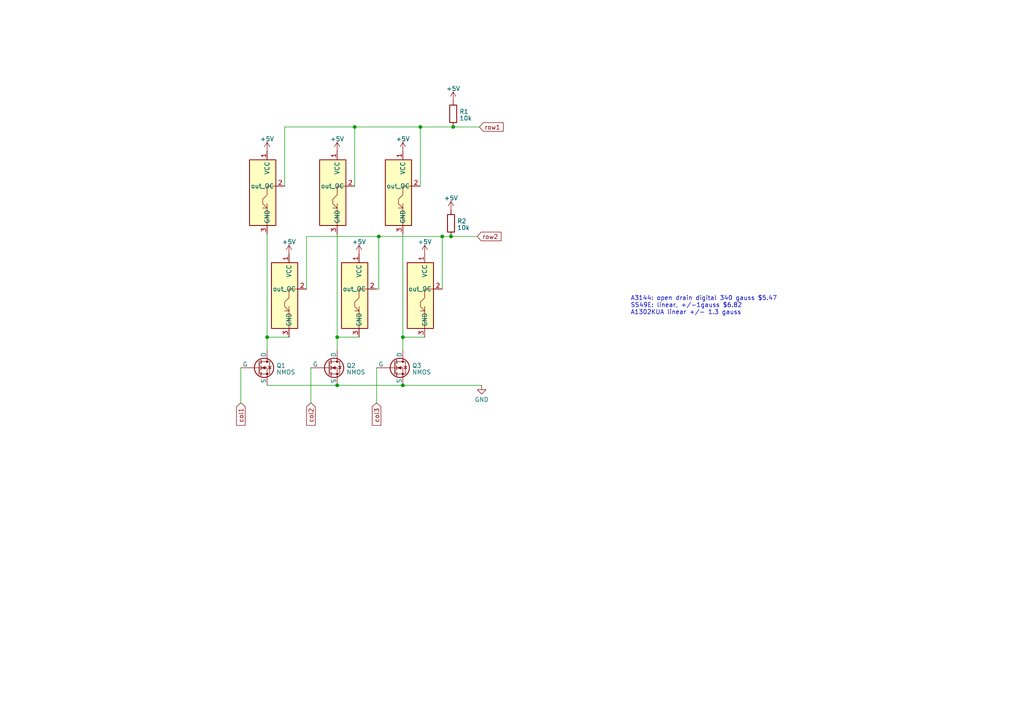
<source format=kicad_sch>
(kicad_sch (version 20230121) (generator eeschema)
  (paper "A4")
  (lib_symbols
    (symbol "Device:R" (pin_numbers hide) (pin_names (offset 0))
      (property "Reference" "R" (at 2.032 0 90))
      (property "Value" "R" (at 0 0 90))
      (symbol "R_0_1"
        (rectangle (start -1.016 -2.54) (end 1.016 2.54) (stroke (width 0.254)))
      )
      (symbol "R_1_1"
        (pin passive line (at 0 3.81 270) (length 1.27) (name "~") (number "1"))
        (pin passive line (at 0 -3.81 90) (length 1.27) (name "~") (number "2"))
      )
    )
    (symbol "Sensor_Magnetic:A1101ELHL"
      (property "Reference" "U1" (at 8.89 6.35 0))
      (property "Value" "A3144" (at 11.43 3.81 0))
      (symbol "A1101ELHL_0_1"
        (rectangle (start -2.54 7.62) (end 5.08 -11.43) (stroke (width 0.254)) (fill (type background)))
        (polyline (pts (xy 2.54 -6.35) (xy 1.27 -6.35)))
        (polyline (pts (xy 2.54 -6.35) (xy 2.54 -5.08)))
        (polyline (pts (xy 5.08 0) (xy 2.54 0) (xy 2.54 0)))
        (polyline (pts (xy 2.54 0) (xy 2.54 -2.54) (xy 1.27 -3.81) (xy 1.27 -5.08) (xy 2.54 -6.35) (xy 2.54 -11.43)))
      )
      (symbol "A1101ELHL_1_1"
        (pin power_in line (at 2.54 10.16 270) (length 2.54) (name "VCC") (number "1"))
        (pin open_collector line (at 7.62 0 180) (length 2.54) (name "out_OC") (number "2"))
        (pin power_in line (at 2.54 -13.97 90) (length 2.54) (name "GND") (number "3"))
      )
    )
    (symbol "Simulation_SPICE:NMOS" (pin_numbers hide) (pin_names (offset 0))
      (property "Reference" "Q" (at 5.08 1.27 0))
      (property "Value" "NMOS" (at 5.08 -1.27 0))
      (symbol "NMOS_0_1"
        (polyline (pts (xy 0.254 0) (xy -2.54 0)))
        (polyline (pts (xy 0.254 1.905) (xy 0.254 -1.905)) (stroke (width 0.254)))
        (polyline (pts (xy 0.762 -1.27) (xy 0.762 -2.286)) (stroke (width 0.254)))
        (polyline (pts (xy 0.762 0.508) (xy 0.762 -0.508)) (stroke (width 0.254)))
        (polyline (pts (xy 0.762 2.286) (xy 0.762 1.27)) (stroke (width 0.254)))
        (polyline (pts (xy 2.54 2.54) (xy 2.54 1.778)))
        (polyline (pts (xy 2.54 -2.54) (xy 2.54 0) (xy 0.762 0)))
        (polyline (pts (xy 0.762 -1.778) (xy 3.302 -1.778) (xy 3.302 1.778) (xy 0.762 1.778)))
        (polyline (pts (xy 1.016 0) (xy 2.032 0.381) (xy 2.032 -0.381) (xy 1.016 0)) (fill (type outline)))
        (polyline (pts (xy 2.794 0.508) (xy 2.921 0.381) (xy 3.683 0.381) (xy 3.81 0.254)))
        (polyline (pts (xy 3.302 0.381) (xy 2.921 -0.254) (xy 3.683 -0.254) (xy 3.302 0.381)))
        (circle (center 1.651 0) (radius 2.794) (stroke (width 0.254)))
        (circle (center 2.54 -1.778) (radius 0.254) (fill (type outline)))
        (circle (center 2.54 1.778) (radius 0.254) (fill (type outline)))
      )
      (symbol "NMOS_1_1"
        (pin passive line (at 2.54 5.08 270) (length 2.54) (name "D") (number "1"))
        (pin input line (at -5.08 0 0) (length 2.54) (name "G") (number "2"))
        (pin passive line (at 2.54 -5.08 90) (length 2.54) (name "S") (number "3"))
      )
    )
    (symbol "power:+5V" (power) (pin_names (offset 0))
      (property "Value" "+5V" (at 0 3.556 0))
      (symbol "+5V_0_1"
        (polyline (pts (xy -0.762 1.27) (xy 0 2.54)))
        (polyline (pts (xy 0 0) (xy 0 2.54)))
        (polyline (pts (xy 0 2.54) (xy 0.762 1.27)))
      )
      (symbol "+5V_1_1"
        (pin power_in line (at 0 0 90) (length 0) hide (name "+5V") (number "1"))
      )
    )
    (symbol "power:GND" (power) (pin_names (offset 0))
      (property "Value" "GND" (at 0 -3.81 0))
      (symbol "GND_0_1"
        (polyline (pts (xy 0 0) (xy 0 -1.27) (xy 1.27 -1.27) (xy 0 -2.54) (xy -1.27 -1.27) (xy 0 -1.27)))
      )
      (symbol "GND_1_1"
        (pin power_in line (at 0 0 270) (length 0) hide (name "GND") (number "1"))
      )
    )
  )
  (junction (at 121.92 36.83))
  (junction (at 77.47 97.79))
  (junction (at 116.84 111.76))
  (junction (at 128.27 68.58))
  (junction (at 130.81 68.58))
  (junction (at 102.87 36.83))
  (junction (at 97.79 97.79))
  (junction (at 116.84 97.79))
  (junction (at 131.445 36.83))
  (junction (at 97.79 111.76))
  (junction (at 109.855 68.58))
  (wire (pts (xy 128.27 68.58) (xy 130.81 68.58)))
  (wire (pts (xy 97.79 97.79) (xy 97.79 101.6)))
  (wire (pts (xy 116.84 67.945) (xy 116.84 97.79)))
  (wire (pts (xy 82.55 36.83) (xy 82.55 53.975)))
  (wire (pts (xy 97.79 97.79) (xy 104.14 97.79)))
  (wire (pts (xy 88.9 68.58) (xy 109.855 68.58)))
  (wire (pts (xy 109.22 83.82) (xy 109.855 83.82)))
  (wire (pts (xy 116.84 97.79) (xy 116.84 101.6)))
  (wire (pts (xy 88.9 83.82) (xy 88.9 68.58)))
  (wire (pts (xy 131.445 36.83) (xy 121.92 36.83)))
  (wire (pts (xy 121.92 36.83) (xy 121.92 53.975)))
  (wire (pts (xy 97.79 111.76) (xy 116.84 111.76)))
  (wire (pts (xy 97.79 67.945) (xy 97.79 97.79)))
  (wire (pts (xy 109.855 83.82) (xy 109.855 68.58)))
  (wire (pts (xy 77.47 97.79) (xy 77.47 101.6)))
  (wire (pts (xy 69.85 106.68) (xy 69.85 116.84)))
  (wire (pts (xy 77.47 67.945) (xy 77.47 97.79)))
  (wire (pts (xy 77.47 111.76) (xy 97.79 111.76)))
  (wire (pts (xy 131.445 36.83) (xy 139.065 36.83)))
  (wire (pts (xy 102.87 36.83) (xy 82.55 36.83)))
  (wire (pts (xy 116.84 111.76) (xy 139.7 111.76)))
  (wire (pts (xy 90.17 106.68) (xy 90.17 116.84)))
  (wire (pts (xy 77.47 97.79) (xy 83.82 97.79)))
  (wire (pts (xy 109.22 106.68) (xy 109.22 116.84)))
  (wire (pts (xy 130.81 68.58) (xy 138.43 68.58)))
  (wire (pts (xy 121.92 36.83) (xy 102.87 36.83)))
  (wire (pts (xy 109.855 68.58) (xy 128.27 68.58)))
  (wire (pts (xy 102.87 36.83) (xy 102.87 53.975)))
  (wire (pts (xy 123.19 97.79) (xy 116.84 97.79)))
  (wire (pts (xy 128.27 68.58) (xy 128.27 83.82)))
  (text "A3144: open drain digital 340 gauss $5.47\nSS49E: linear, +/-1gauss $6.82\nA1302KUA linear +/- 1.3 gauss" (at 182.88 91.44 0) (effects (font (size 1.27 1.27)) (justify left bottom)))
  (global_label "row1" (shape input) (at 139.065 36.83 0) (property "Intersheetrefs" "${INTERSHEET_REFS}" (effects hide)))
  (global_label "col2" (shape input) (at 90.17 116.84 270) (property "Intersheetrefs" "${INTERSHEET_REFS}" (effects hide)))
  (global_label "col1" (shape input) (at 69.85 116.84 270) (property "Intersheetrefs" "${INTERSHEET_REFS}" (effects hide)))
  (global_label "col3" (shape input) (at 109.22 116.84 270) (property "Intersheetrefs" "${INTERSHEET_REFS}" (effects hide)))
  (global_label "row2" (shape input) (at 138.43 68.58 0) (property "Intersheetrefs" "${INTERSHEET_REFS}" (effects hide)))
  (symbol (lib_id "Sensor_Magnetic:A1101ELHL") (at 101.6 83.82 0) (unit 1)
    (property "Reference" "U5" (effects hide))
    (property "Value" "A3144" (effects hide))
    (property "Footprint" "Package_TO_SOT_SMD:SOT-23W" (effects hide))
    (property "Datasheet" "https://www.allegromicro.com/-/media/files/datasheets/a110x-datasheet.ashx" (effects hide))
    (instances (project "controller" (path "" (reference "U5") (unit 1)) (path "" (reference "U4") (unit 1))))
  )
  (symbol (lib_id "power:+5V") (at 104.14 73.66 0) (unit 1)
    (property "Reference" "#PWR06" (effects hide))
    (property "Value" "+5V" (at 104.14 70.1581 0))
    (instances (project "controller" (path "" (reference "#PWR06") (unit 1)) (path "" (reference "#PWR04") (unit 1))))
  )
  (symbol (lib_id "Simulation_SPICE:NMOS") (at 114.3 106.68 0) (unit 1)
    (property "Reference" "Q3" (at 119.507 106.0363 0) (effects (justify left)))
    (property "Value" "NMOS" (at 119.507 107.9573 0) (effects (justify left)))
    (property "Datasheet" "https://ngspice.sourceforge.io/docs/ngspice-manual.pdf" (effects hide))
    (property "Sim.Device" "NMOS" (effects hide))
    (property "Sim.Type" "VDMOS" (effects hide))
    (property "Sim.Pins" "1=D 2=G 3=S" (effects hide))
  )
  (symbol (lib_id "Sensor_Magnetic:A1101ELHL") (at 95.25 53.975 0) (unit 1)
    (property "Reference" "U2" (effects hide))
    (property "Value" "A3144" (effects hide))
    (property "Footprint" "Package_TO_SOT_SMD:SOT-23W" (effects hide))
    (property "Datasheet" "https://www.allegromicro.com/-/media/files/datasheets/a110x-datasheet.ashx" (effects hide))
    (instances (project "controller" (path "" (reference "U2") (unit 1)) (path "" (reference "U3") (unit 1))))
  )
  (symbol (lib_id "power:+5V") (at 131.445 29.21 0) (unit 1)
    (property "Reference" "#PWR08" (effects hide))
    (property "Value" "+5V" (at 131.445 25.7081 0))
  )
  (symbol (lib_id "power:GND") (at 139.7 111.76 0) (unit 1)
    (property "Reference" "#PWR02" (effects hide))
    (property "Value" "GND" (at 139.7 115.8955 0))
    (instances (project "controller" (path "" (reference "#PWR02") (unit 1)) (path "" (reference "#PWR09") (unit 1))))
  )
  (symbol (lib_id "power:+5V") (at 123.19 73.66 0) (unit 1)
    (property "Reference" "#PWR07" (effects hide))
    (property "Value" "+5V" (at 123.19 70.1581 0))
    (instances (project "controller" (path "" (reference "#PWR07") (unit 1)) (path "" (reference "#PWR06") (unit 1))))
  )
  (symbol (lib_id "Simulation_SPICE:NMOS") (at 74.93 106.68 0) (unit 1)
    (property "Reference" "Q1" (at 80.137 106.0363 0) (effects (justify left)))
    (property "Value" "NMOS" (at 80.137 107.9573 0) (effects (justify left)))
    (property "Datasheet" "https://ngspice.sourceforge.io/docs/ngspice-manual.pdf" (effects hide))
    (property "Sim.Device" "NMOS" (effects hide))
    (property "Sim.Type" "VDMOS" (effects hide))
    (property "Sim.Pins" "1=D 2=G 3=S" (effects hide))
  )
  (symbol (lib_id "power:+5V") (at 97.79 43.815 0) (unit 1)
    (property "Reference" "#PWR03" (effects hide))
    (property "Value" "+5V" (at 97.79 40.3131 0))
  )
  (symbol (lib_id "power:+5V") (at 83.82 73.66 0) (unit 1)
    (property "Reference" "#PWR05" (effects hide))
    (property "Value" "+5V" (at 83.82 70.1581 0))
    (instances (project "controller" (path "" (reference "#PWR05") (unit 1)) (path "" (reference "#PWR02") (unit 1))))
  )
  (symbol (lib_id "Sensor_Magnetic:A1101ELHL") (at 120.65 83.82 0) (unit 1)
    (property "Reference" "U6" (effects hide))
    (property "Value" "A3144" (effects hide))
    (property "Footprint" "Package_TO_SOT_SMD:SOT-23W" (effects hide))
    (property "Datasheet" "https://www.allegromicro.com/-/media/files/datasheets/a110x-datasheet.ashx" (effects hide))
  )
  (symbol (lib_id "Device:R") (at 130.81 64.77 0) (unit 1)
    (property "Reference" "R2" (at 132.588 64.1263 0) (effects (justify left)))
    (property "Value" "10k" (at 132.588 66.0473 0) (effects (justify left)))
    (instances (project "controller" (path "" (reference "R2") (unit 1)) (path "" (reference "R1") (unit 1))))
  )
  (symbol (lib_id "Sensor_Magnetic:A1101ELHL") (at 81.28 83.82 0) (unit 1)
    (property "Reference" "U4" (effects hide))
    (property "Value" "A3144" (effects hide))
    (property "Footprint" "Package_TO_SOT_SMD:SOT-23W" (effects hide))
    (property "Datasheet" "https://www.allegromicro.com/-/media/files/datasheets/a110x-datasheet.ashx" (effects hide))
    (instances (project "controller" (path "" (reference "U4") (unit 1)) (path "" (reference "U2") (unit 1))))
  )
  (symbol (lib_id "Simulation_SPICE:NMOS") (at 95.25 106.68 0) (unit 1)
    (property "Reference" "Q2" (at 100.457 106.0363 0) (effects (justify left)))
    (property "Value" "NMOS" (at 100.457 107.9573 0) (effects (justify left)))
    (property "Datasheet" "https://ngspice.sourceforge.io/docs/ngspice-manual.pdf" (effects hide))
    (property "Sim.Device" "NMOS" (effects hide))
    (property "Sim.Type" "VDMOS" (effects hide))
    (property "Sim.Pins" "1=D 2=G 3=S" (effects hide))
  )
  (symbol (lib_id "power:+5V") (at 130.81 60.96 0) (unit 1)
    (property "Reference" "#PWR09" (effects hide))
    (property "Value" "+5V" (at 130.81 57.4581 0))
    (instances (project "controller" (path "" (reference "#PWR09") (unit 1)) (path "" (reference "#PWR07") (unit 1))))
  )
  (symbol (lib_id "Sensor_Magnetic:A1101ELHL") (at 114.3 53.975 0) (unit 1)
    (property "Reference" "U3" (effects hide))
    (property "Value" "A3144" (effects hide))
    (property "Footprint" "Package_TO_SOT_SMD:SOT-23W" (effects hide))
    (property "Datasheet" "https://www.allegromicro.com/-/media/files/datasheets/a110x-datasheet.ashx" (effects hide))
    (instances (project "controller" (path "" (reference "U3") (unit 1)) (path "" (reference "U5") (unit 1))))
  )
  (symbol (lib_id "power:+5V") (at 116.84 43.815 0) (unit 1)
    (property "Reference" "#PWR01" (effects hide))
    (property "Value" "+5V" (at 116.84 40.3131 0))
    (instances (project "controller" (path "" (reference "#PWR01") (unit 1)) (path "" (reference "#PWR05") (unit 1))))
  )
  (symbol (lib_id "Device:R") (at 131.445 33.02 0) (unit 1)
    (property "Reference" "R1" (at 133.223 32.3763 0) (effects (justify left)))
    (property "Value" "10k" (at 133.223 34.2973 0) (effects (justify left)))
    (instances (project "controller" (path "" (reference "R1") (unit 1)) (path "" (reference "R2") (unit 1))))
  )
  (symbol (lib_id "Sensor_Magnetic:A1101ELHL") (at 74.93 53.975 0) (unit 1)
    (property "Reference" "U1" (effects hide))
    (property "Value" "A3144" (effects hide))
    (property "Footprint" "Package_TO_SOT_SMD:SOT-23W" (effects hide))
    (property "Datasheet" "https://www.allegromicro.com/-/media/files/datasheets/a110x-datasheet.ashx" (effects hide))
  )
  (symbol (lib_id "power:+5V") (at 77.47 43.815 0) (unit 1)
    (property "Reference" "#PWR04" (effects hide))
    (property "Value" "+5V" (at 77.47 40.3131 0))
    (instances (project "controller" (path "" (reference "#PWR04") (unit 1)) (path "" (reference "#PWR01") (unit 1))))
  )
)
</source>
